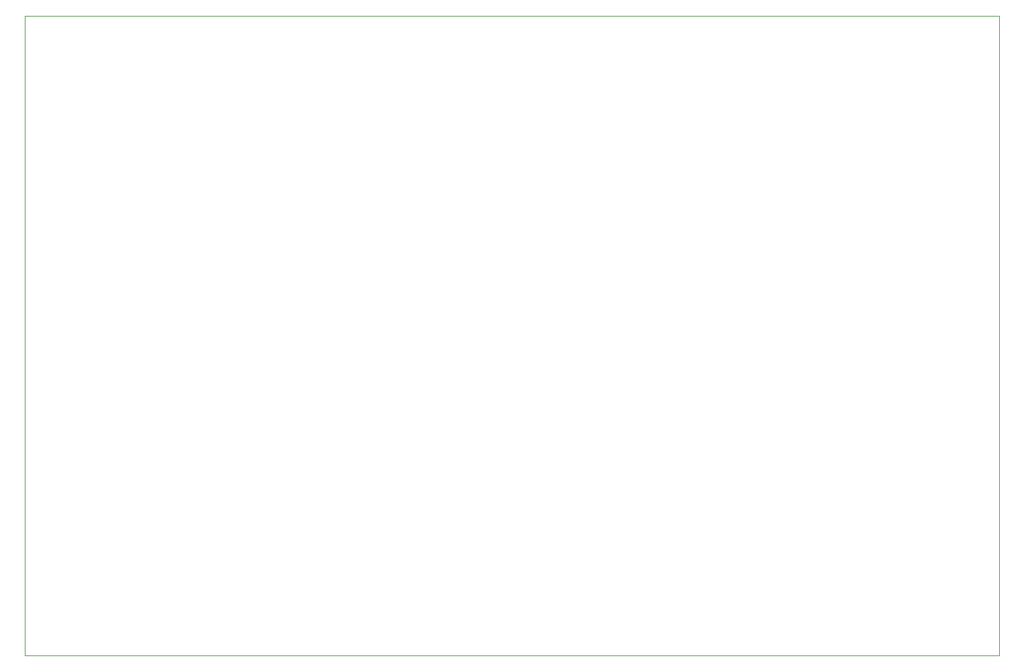
<source format=gbr>
G04 #@! TF.GenerationSoftware,KiCad,Pcbnew,(5.1.4)-1*
G04 #@! TF.CreationDate,2019-10-25T20:14:16-04:00*
G04 #@! TF.ProjectId,A-10C-CautionPanelNonMega,412d3130-432d-4436-9175-74696f6e5061,rev?*
G04 #@! TF.SameCoordinates,Original*
G04 #@! TF.FileFunction,Profile,NP*
%FSLAX46Y46*%
G04 Gerber Fmt 4.6, Leading zero omitted, Abs format (unit mm)*
G04 Created by KiCad (PCBNEW (5.1.4)-1) date 2019-10-25 20:14:16*
%MOMM*%
%LPD*%
G04 APERTURE LIST*
%ADD10C,0.050000*%
%ADD11C,0.100000*%
G04 APERTURE END LIST*
D10*
X179070000Y-45720000D02*
X151130000Y-45720000D01*
X179070000Y-123190000D02*
X179070000Y-130810000D01*
X151130000Y-130810000D02*
X179070000Y-130810000D01*
X49530000Y-123190000D02*
X49530000Y-130810000D01*
D11*
X49530000Y-123190000D02*
X49530000Y-45720000D01*
X151130000Y-130810000D02*
X49530000Y-130810000D01*
X179070000Y-45720000D02*
X179070000Y-123190000D01*
X49530000Y-45720000D02*
X151130000Y-45720000D01*
M02*

</source>
